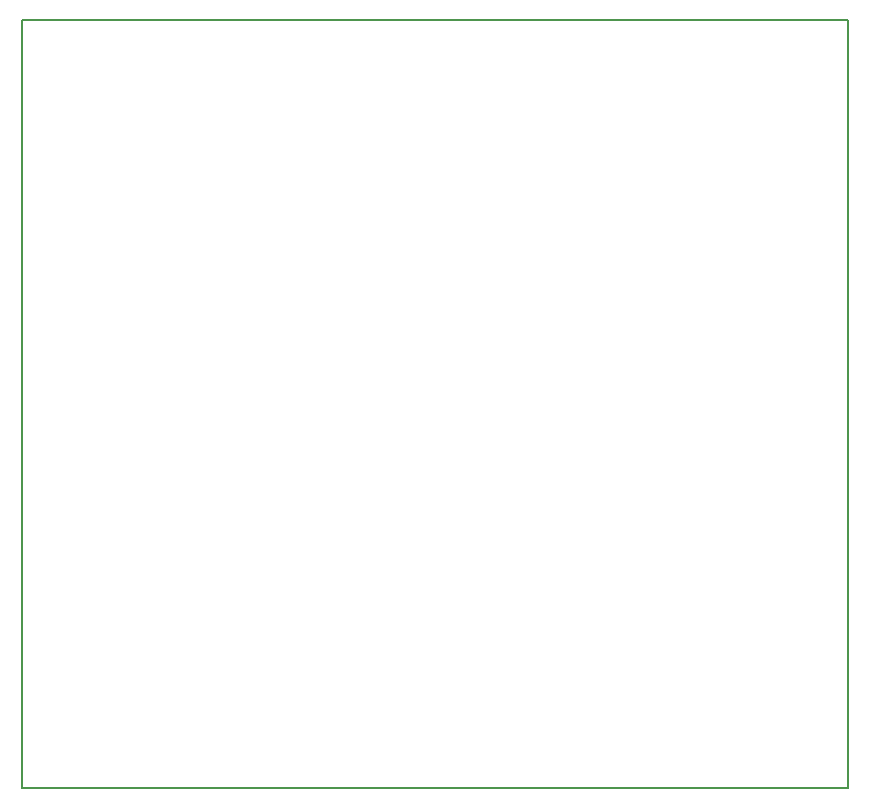
<source format=gbr>
G04 #@! TF.GenerationSoftware,KiCad,Pcbnew,5.1.6*
G04 #@! TF.CreationDate,2020-06-20T19:13:06+02:00*
G04 #@! TF.ProjectId,fluepdot,666c7565-7064-46f7-942e-6b696361645f,rev?*
G04 #@! TF.SameCoordinates,Original*
G04 #@! TF.FileFunction,Profile,NP*
%FSLAX46Y46*%
G04 Gerber Fmt 4.6, Leading zero omitted, Abs format (unit mm)*
G04 Created by KiCad (PCBNEW 5.1.6) date 2020-06-20 19:13:06*
%MOMM*%
%LPD*%
G01*
G04 APERTURE LIST*
G04 #@! TA.AperFunction,Profile*
%ADD10C,0.150000*%
G04 #@! TD*
G04 APERTURE END LIST*
D10*
X30000000Y-115000000D02*
X30000000Y-180000000D01*
X100000000Y-115000000D02*
X30000000Y-115000000D01*
X100000000Y-180000000D02*
X100000000Y-115000000D01*
X30000000Y-180000000D02*
X100000000Y-180000000D01*
M02*

</source>
